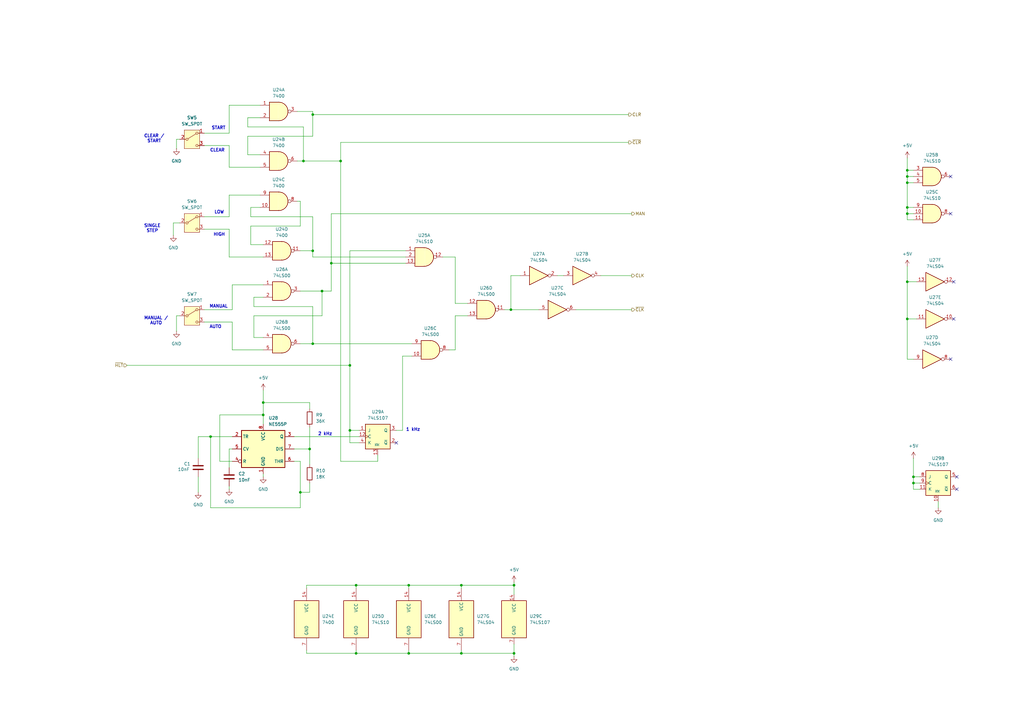
<source format=kicad_sch>
(kicad_sch (version 20231120) (generator "eeschema") (generator_version "8.0")
  (paper "A3")
  (title_block (title "ISAP-1 COMPUTER") (date "2025-01-19") (rev "Version 1.1") (comment 1 "by Linca Marius Gheorghe") (comment 3 "ISAP-1 Computer Model A"))
  (lib_symbols
    (symbol "74xx:7400" (pin_names (offset 1.016))
      (property "Reference" "U" (at 0 1.27 0))
      (property "Value" "7400" (at 0 -1.27 0))
      (symbol "7400_1_1"
        (arc (start 0 -3.81) (mid 3.7934 0) (end 0 3.81) (stroke (width 0.254)) (fill (type background)))
        (polyline (pts (xy 0 3.81) (xy -3.81 3.81) (xy -3.81 -3.81) (xy 0 -3.81)) (stroke (width 0.254)) (fill (type background)))
        (pin input line (at -7.62 2.54 0) (length 3.81) (name "~") (number "1"))
        (pin input line (at -7.62 -2.54 0) (length 3.81) (name "~") (number "2"))
        (pin output inverted (at 7.62 0 180) (length 3.81) (name "~") (number "3"))
      )
      (symbol "7400_1_2"
        (arc (start -3.81 -3.81) (mid -2.589 0) (end -3.81 3.81) (stroke (width 0.254)))
        (arc (start -0.6096 -3.81) (mid 2.1842 -2.5851) (end 3.81 0) (stroke (width 0.254)) (fill (type background)))
        (polyline (pts (xy -3.81 -3.81) (xy -0.635 -3.81)) (stroke (width 0.254)) (fill (type background)))
        (polyline (pts (xy -3.81 3.81) (xy -0.635 3.81)) (stroke (width 0.254)) (fill (type background)))
        (polyline (pts (xy -0.635 3.81) (xy -3.81 3.81) (xy -3.81 3.81) (xy -3.556 3.4036) (xy -3.0226 2.2606) (xy -2.6924 1.0414) (xy -2.6162 -0.254) (xy -2.7686 -1.4986) (xy -3.175 -2.7178) (xy -3.81 -3.81) (xy -3.81 -3.81) (xy -0.635 -3.81)) (stroke (width -25.4)) (fill (type background)))
        (arc (start 3.81 0) (mid 2.1915 2.5936) (end -0.6096 3.81) (stroke (width 0.254)) (fill (type background)))
        (pin input inverted (at -7.62 2.54 0) (length 4.318) (name "~") (number "1"))
        (pin input inverted (at -7.62 -2.54 0) (length 4.318) (name "~") (number "2"))
        (pin output line (at 7.62 0 180) (length 3.81) (name "~") (number "3"))
      )
      (symbol "7400_2_1"
        (arc (start 0 -3.81) (mid 3.7934 0) (end 0 3.81) (stroke (width 0.254)) (fill (type background)))
        (polyline (pts (xy 0 3.81) (xy -3.81 3.81) (xy -3.81 -3.81) (xy 0 -3.81)) (stroke (width 0.254)) (fill (type background)))
        (pin input line (at -7.62 2.54 0) (length 3.81) (name "~") (number "4"))
        (pin input line (at -7.62 -2.54 0) (length 3.81) (name "~") (number "5"))
        (pin output inverted (at 7.62 0 180) (length 3.81) (name "~") (number "6"))
      )
      (symbol "7400_2_2"
        (arc (start -3.81 -3.81) (mid -2.589 0) (end -3.81 3.81) (stroke (width 0.254)))
        (arc (start -0.6096 -3.81) (mid 2.1842 -2.5851) (end 3.81 0) (stroke (width 0.254)) (fill (type background)))
        (polyline (pts (xy -3.81 -3.81) (xy -0.635 -3.81)) (stroke (width 0.254)) (fill (type background)))
        (polyline (pts (xy -3.81 3.81) (xy -0.635 3.81)) (stroke (width 0.254)) (fill (type background)))
        (polyline (pts (xy -0.635 3.81) (xy -3.81 3.81) (xy -3.81 3.81) (xy -3.556 3.4036) (xy -3.0226 2.2606) (xy -2.6924 1.0414) (xy -2.6162 -0.254) (xy -2.7686 -1.4986) (xy -3.175 -2.7178) (xy -3.81 -3.81) (xy -3.81 -3.81) (xy -0.635 -3.81)) (stroke (width -25.4)) (fill (type background)))
        (arc (start 3.81 0) (mid 2.1915 2.5936) (end -0.6096 3.81) (stroke (width 0.254)) (fill (type background)))
        (pin input inverted (at -7.62 2.54 0) (length 4.318) (name "~") (number "4"))
        (pin input inverted (at -7.62 -2.54 0) (length 4.318) (name "~") (number "5"))
        (pin output line (at 7.62 0 180) (length 3.81) (name "~") (number "6"))
      )
      (symbol "7400_3_1"
        (arc (start 0 -3.81) (mid 3.7934 0) (end 0 3.81) (stroke (width 0.254)) (fill (type background)))
        (polyline (pts (xy 0 3.81) (xy -3.81 3.81) (xy -3.81 -3.81) (xy 0 -3.81)) (stroke (width 0.254)) (fill (type background)))
        (pin input line (at -7.62 -2.54 0) (length 3.81) (name "~") (number "10"))
        (pin output inverted (at 7.62 0 180) (length 3.81) (name "~") (number "8"))
        (pin input line (at -7.62 2.54 0) (length 3.81) (name "~") (number "9"))
      )
      (symbol "7400_3_2"
        (arc (start -3.81 -3.81) (mid -2.589 0) (end -3.81 3.81) (stroke (width 0.254)))
        (arc (start -0.6096 -3.81) (mid 2.1842 -2.5851) (end 3.81 0) (stroke (width 0.254)) (fill (type background)))
        (polyline (pts (xy -3.81 -3.81) (xy -0.635 -3.81)) (stroke (width 0.254)) (fill (type background)))
        (polyline (pts (xy -3.81 3.81) (xy -0.635 3.81)) (stroke (width 0.254)) (fill (type background)))
        (polyline (pts (xy -0.635 3.81) (xy -3.81 3.81) (xy -3.81 3.81) (xy -3.556 3.4036) (xy -3.0226 2.2606) (xy -2.6924 1.0414) (xy -2.6162 -0.254) (xy -2.7686 -1.4986) (xy -3.175 -2.7178) (xy -3.81 -3.81) (xy -3.81 -3.81) (xy -0.635 -3.81)) (stroke (width -25.4)) (fill (type background)))
        (arc (start 3.81 0) (mid 2.1915 2.5936) (end -0.6096 3.81) (stroke (width 0.254)) (fill (type background)))
        (pin input inverted (at -7.62 -2.54 0) (length 4.318) (name "~") (number "10"))
        (pin output line (at 7.62 0 180) (length 3.81) (name "~") (number "8"))
        (pin input inverted (at -7.62 2.54 0) (length 4.318) (name "~") (number "9"))
      )
      (symbol "7400_4_1"
        (arc (start 0 -3.81) (mid 3.7934 0) (end 0 3.81) (stroke (width 0.254)) (fill (type background)))
        (polyline (pts (xy 0 3.81) (xy -3.81 3.81) (xy -3.81 -3.81) (xy 0 -3.81)) (stroke (width 0.254)) (fill (type background)))
        (pin output inverted (at 7.62 0 180) (length 3.81) (name "~") (number "11"))
        (pin input line (at -7.62 2.54 0) (length 3.81) (name "~") (number "12"))
        (pin input line (at -7.62 -2.54 0) (length 3.81) (name "~") (number "13"))
      )
      (symbol "7400_4_2"
        (arc (start -3.81 -3.81) (mid -2.589 0) (end -3.81 3.81) (stroke (width 0.254)))
        (arc (start -0.6096 -3.81) (mid 2.1842 -2.5851) (end 3.81 0) (stroke (width 0.254)) (fill (type background)))
        (polyline (pts (xy -3.81 -3.81) (xy -0.635 -3.81)) (stroke (width 0.254)) (fill (type background)))
        (polyline (pts (xy -3.81 3.81) (xy -0.635 3.81)) (stroke (width 0.254)) (fill (type background)))
        (polyline (pts (xy -0.635 3.81) (xy -3.81 3.81) (xy -3.81 3.81) (xy -3.556 3.4036) (xy -3.0226 2.2606) (xy -2.6924 1.0414) (xy -2.6162 -0.254) (xy -2.7686 -1.4986) (xy -3.175 -2.7178) (xy -3.81 -3.81) (xy -3.81 -3.81) (xy -0.635 -3.81)) (stroke (width -25.4)) (fill (type background)))
        (arc (start 3.81 0) (mid 2.1915 2.5936) (end -0.6096 3.81) (stroke (width 0.254)) (fill (type background)))
        (pin output line (at 7.62 0 180) (length 3.81) (name "~") (number "11"))
        (pin input inverted (at -7.62 2.54 0) (length 4.318) (name "~") (number "12"))
        (pin input inverted (at -7.62 -2.54 0) (length 4.318) (name "~") (number "13"))
      )
      (symbol "7400_5_0"
        (pin power_in line (at 0 12.7 270) (length 5.08) (name "VCC") (number "14"))
        (pin power_in line (at 0 -12.7 90) (length 5.08) (name "GND") (number "7"))
      )
      (symbol "7400_5_1"
        (rectangle (start -5.08 7.62) (end 5.08 -7.62) (stroke (width 0.254)) (fill (type background)))
      )
    )
    (symbol "74xx:74LS00" (pin_names (offset 1.016))
      (property "Reference" "U" (at 0 1.27 0))
      (property "Value" "74LS00" (at 0 -1.27 0))
      (symbol "74LS00_1_1"
        (arc (start 0 -3.81) (mid 3.7934 0) (end 0 3.81) (stroke (width 0.254)) (fill (type background)))
        (polyline (pts (xy 0 3.81) (xy -3.81 3.81) (xy -3.81 -3.81) (xy 0 -3.81)) (stroke (width 0.254)) (fill (type background)))
        (pin input line (at -7.62 2.54 0) (length 3.81) (name "~") (number "1"))
        (pin input line (at -7.62 -2.54 0) (length 3.81) (name "~") (number "2"))
        (pin output inverted (at 7.62 0 180) (length 3.81) (name "~") (number "3"))
      )
      (symbol "74LS00_1_2"
        (arc (start -3.81 -3.81) (mid -2.589 0) (end -3.81 3.81) (stroke (width 0.254)))
        (arc (start -0.6096 -3.81) (mid 2.1842 -2.5851) (end 3.81 0) (stroke (width 0.254)) (fill (type background)))
        (polyline (pts (xy -3.81 -3.81) (xy -0.635 -3.81)) (stroke (width 0.254)) (fill (type background)))
        (polyline (pts (xy -3.81 3.81) (xy -0.635 3.81)) (stroke (width 0.254)) (fill (type background)))
        (polyline (pts (xy -0.635 3.81) (xy -3.81 3.81) (xy -3.81 3.81) (xy -3.556 3.4036) (xy -3.0226 2.2606) (xy -2.6924 1.0414) (xy -2.6162 -0.254) (xy -2.7686 -1.4986) (xy -3.175 -2.7178) (xy -3.81 -3.81) (xy -3.81 -3.81) (xy -0.635 -3.81)) (stroke (width -25.4)) (fill (type background)))
        (arc (start 3.81 0) (mid 2.1915 2.5936) (end -0.6096 3.81) (stroke (width 0.254)) (fill (type background)))
        (pin input inverted (at -7.62 2.54 0) (length 4.318) (name "~") (number "1"))
        (pin input inverted (at -7.62 -2.54 0) (length 4.318) (name "~") (number "2"))
        (pin output line (at 7.62 0 180) (length 3.81) (name "~") (number "3"))
      )
      (symbol "74LS00_2_1"
        (arc (start 0 -3.81) (mid 3.7934 0) (end 0 3.81) (stroke (width 0.254)) (fill (type background)))
        (polyline (pts (xy 0 3.81) (xy -3.81 3.81) (xy -3.81 -3.81) (xy 0 -3.81)) (stroke (width 0.254)) (fill (type background)))
        (pin input line (at -7.62 2.54 0) (length 3.81) (name "~") (number "4"))
        (pin input line (at -7.62 -2.54 0) (length 3.81) (name "~") (number "5"))
        (pin output inverted (at 7.62 0 180) (length 3.81) (name "~") (number "6"))
      )
      (symbol "74LS00_2_2"
        (arc (start -3.81 -3.81) (mid -2.589 0) (end -3.81 3.81) (stroke (width 0.254)))
        (arc (start -0.6096 -3.81) (mid 2.1842 -2.5851) (end 3.81 0) (stroke (width 0.254)) (fill (type background)))
        (polyline (pts (xy -3.81 -3.81) (xy -0.635 -3.81)) (stroke (width 0.254)) (fill (type background)))
        (polyline (pts (xy -3.81 3.81) (xy -0.635 3.81)) (stroke (width 0.254)) (fill (type background)))
        (polyline (pts (xy -0.635 3.81) (xy -3.81 3.81) (xy -3.81 3.81) (xy -3.556 3.4036) (xy -3.0226 2.2606) (xy -2.6924 1.0414) (xy -2.6162 -0.254) (xy -2.7686 -1.4986) (xy -3.175 -2.7178) (xy -3.81 -3.81) (xy -3.81 -3.81) (xy -0.635 -3.81)) (stroke (width -25.4)) (fill (type background)))
        (arc (start 3.81 0) (mid 2.1915 2.5936) (end -0.6096 3.81) (stroke (width 0.254)) (fill (type background)))
        (pin input inverted (at -7.62 2.54 0) (length 4.318) (name "~") (number "4"))
        (pin input inverted (at -7.62 -2.54 0) (length 4.318) (name "~") (number "5"))
        (pin output line (at 7.62 0 180) (length 3.81) (name "~") (number "6"))
      )
      (symbol "74LS00_3_1"
        (arc (start 0 -3.81) (mid 3.7934 0) (end 0 3.81) (stroke (width 0.254)) (fill (type background)))
        (polyline (pts (xy 0 3.81) (xy -3.81 3.81) (xy -3.81 -3.81) (xy 0 -3.81)) (stroke (width 0.254)) (fill (type background)))
        (pin input line (at -7.62 -2.54 0) (length 3.81) (name "~") (number "10"))
        (pin output inverted (at 7.62 0 180) (length 3.81) (name "~") (number "8"))
        (pin input line (at -7.62 2.54 0) (length 3.81) (name "~") (number "9"))
      )
      (symbol "74LS00_3_2"
        (arc (start -3.81 -3.81) (mid -2.589 0) (end -3.81 3.81) (stroke (width 0.254)))
        (arc (start -0.6096 -3.81) (mid 2.1842 -2.5851) (end 3.81 0) (stroke (width 0.254)) (fill (type background)))
        (polyline (pts (xy -3.81 -3.81) (xy -0.635 -3.81)) (stroke (width 0.254)) (fill (type background)))
        (polyline (pts (xy -3.81 3.81) (xy -0.635 3.81)) (stroke (width 0.254)) (fill (type background)))
        (polyline (pts (xy -0.635 3.81) (xy -3.81 3.81) (xy -3.81 3.81) (xy -3.556 3.4036) (xy -3.0226 2.2606) (xy -2.6924 1.0414) (xy -2.6162 -0.254) (xy -2.7686 -1.4986) (xy -3.175 -2.7178) (xy -3.81 -3.81) (xy -3.81 -3.81) (xy -0.635 -3.81)) (stroke (width -25.4)) (fill (type background)))
        (arc (start 3.81 0) (mid 2.1915 2.5936) (end -0.6096 3.81) (stroke (width 0.254)) (fill (type background)))
        (pin input inverted (at -7.62 -2.54 0) (length 4.318) (name "~") (number "10"))
        (pin output line (at 7.62 0 180) (length 3.81) (name "~") (number "8"))
        (pin input inverted (at -7.62 2.54 0) (length 4.318) (name "~") (number "9"))
      )
      (symbol "74LS00_4_1"
        (arc (start 0 -3.81) (mid 3.7934 0) (end 0 3.81) (stroke (width 0.254)) (fill (type background)))
        (polyline (pts (xy 0 3.81) (xy -3.81 3.81) (xy -3.81 -3.81) (xy 0 -3.81)) (stroke (width 0.254)) (fill (type background)))
        (pin output inverted (at 7.62 0 180) (length 3.81) (name "~") (number "11"))
        (pin input line (at -7.62 2.54 0) (length 3.81) (name "~") (number "12"))
        (pin input line (at -7.62 -2.54 0) (length 3.81) (name "~") (number "13"))
      )
      (symbol "74LS00_4_2"
        (arc (start -3.81 -3.81) (mid -2.589 0) (end -3.81 3.81) (stroke (width 0.254)))
        (arc (start -0.6096 -3.81) (mid 2.1842 -2.5851) (end 3.81 0) (stroke (width 0.254)) (fill (type background)))
        (polyline (pts (xy -3.81 -3.81) (xy -0.635 -3.81)) (stroke (width 0.254)) (fill (type background)))
        (polyline (pts (xy -3.81 3.81) (xy -0.635 3.81)) (stroke (width 0.254)) (fill (type background)))
        (polyline (pts (xy -0.635 3.81) (xy -3.81 3.81) (xy -3.81 3.81) (xy -3.556 3.4036) (xy -3.0226 2.2606) (xy -2.6924 1.0414) (xy -2.6162 -0.254) (xy -2.7686 -1.4986) (xy -3.175 -2.7178) (xy -3.81 -3.81) (xy -3.81 -3.81) (xy -0.635 -3.81)) (stroke (width -25.4)) (fill (type background)))
        (arc (start 3.81 0) (mid 2.1915 2.5936) (end -0.6096 3.81) (stroke (width 0.254)) (fill (type background)))
        (pin output line (at 7.62 0 180) (length 3.81) (name "~") (number "11"))
        (pin input inverted (at -7.62 2.54 0) (length 4.318) (name "~") (number "12"))
        (pin input inverted (at -7.62 -2.54 0) (length 4.318) (name "~") (number "13"))
      )
      (symbol "74LS00_5_0"
        (pin power_in line (at 0 12.7 270) (length 5.08) (name "VCC") (number "14"))
        (pin power_in line (at 0 -12.7 90) (length 5.08) (name "GND") (number "7"))
      )
      (symbol "74LS00_5_1"
        (rectangle (start -5.08 7.62) (end 5.08 -7.62) (stroke (width 0.254)) (fill (type background)))
      )
    )
    (symbol "74xx:74LS04"
      (property "Reference" "U" (at 0 1.27 0))
      (property "Value" "74LS04" (at 0 -1.27 0))
      (symbol "74LS04_1_0"
        (polyline (pts (xy -3.81 3.81) (xy -3.81 -3.81) (xy 3.81 0) (xy -3.81 3.81)) (stroke (width 0.254)) (fill (type background)))
        (pin input line (at -7.62 0 0) (length 3.81) (name "~") (number "1"))
        (pin output inverted (at 7.62 0 180) (length 3.81) (name "~") (number "2"))
      )
      (symbol "74LS04_2_0"
        (polyline (pts (xy -3.81 3.81) (xy -3.81 -3.81) (xy 3.81 0) (xy -3.81 3.81)) (stroke (width 0.254)) (fill (type background)))
        (pin input line (at -7.62 0 0) (length 3.81) (name "~") (number "3"))
        (pin output inverted (at 7.62 0 180) (length 3.81) (name "~") (number "4"))
      )
      (symbol "74LS04_3_0"
        (polyline (pts (xy -3.81 3.81) (xy -3.81 -3.81) (xy 3.81 0) (xy -3.81 3.81)) (stroke (width 0.254)) (fill (type background)))
        (pin input line (at -7.62 0 0) (length 3.81) (name "~") (number "5"))
        (pin output inverted (at 7.62 0 180) (length 3.81) (name "~") (number "6"))
      )
      (symbol "74LS04_4_0"
        (polyline (pts (xy -3.81 3.81) (xy -3.81 -3.81) (xy 3.81 0) (xy -3.81 3.81)) (stroke (width 0.254)) (fill (type background)))
        (pin output inverted (at 7.62 0 180) (length 3.81) (name "~") (number "8"))
        (pin input line (at -7.62 0 0) (length 3.81) (name "~") (number "9"))
      )
      (symbol "74LS04_5_0"
        (polyline (pts (xy -3.81 3.81) (xy -3.81 -3.81) (xy 3.81 0) (xy -3.81 3.81)) (stroke (width 0.254)) (fill (type background)))
        (pin output inverted (at 7.62 0 180) (length 3.81) (name "~") (number "10"))
        (pin input line (at -7.62 0 0) (length 3.81) (name "~") (number "11"))
      )
      (symbol "74LS04_6_0"
        (polyline (pts (xy -3.81 3.81) (xy -3.81 -3.81) (xy 3.81 0) (xy -3.81 3.81)) (stroke (width 0.254)) (fill (type background)))
        (pin output inverted (at 7.62 0 180) (length 3.81) (name "~") (number "12"))
        (pin input line (at -7.62 0 0) (length 3.81) (name "~") (number "13"))
      )
      (symbol "74LS04_7_0"
        (pin power_in line (at 0 12.7 270) (length 5.08) (name "VCC") (number "14"))
        (pin power_in line (at 0 -12.7 90) (length 5.08) (name "GND") (number "7"))
      )
      (symbol "74LS04_7_1"
        (rectangle (start -5.08 7.62) (end 5.08 -7.62) (stroke (width 0.254)) (fill (type background)))
      )
    )
    (symbol "74xx:74LS10" (pin_names (offset 1.016))
      (property "Reference" "U" (at 0 1.27 0))
      (property "Value" "74LS10" (at 0 -1.27 0))
      (symbol "74LS10_1_1"
        (arc (start 0 -3.81) (mid 3.7934 0) (end 0 3.81) (stroke (width 0.254)) (fill (type background)))
        (polyline (pts (xy 0 3.81) (xy -3.81 3.81) (xy -3.81 -3.81) (xy 0 -3.81)) (stroke (width 0.254)) (fill (type background)))
        (pin input line (at -7.62 2.54 0) (length 3.81) (name "~") (number "1"))
        (pin output inverted (at 7.62 0 180) (length 3.81) (name "~") (number "12"))
        (pin input line (at -7.62 -2.54 0) (length 3.81) (name "~") (number "13"))
        (pin input line (at -7.62 0 0) (length 3.81) (name "~") (number "2"))
      )
      (symbol "74LS10_1_2"
        (arc (start -3.81 -3.81) (mid -2.589 0) (end -3.81 3.81) (stroke (width 0.254)))
        (arc (start -0.6096 -3.81) (mid 2.1842 -2.5851) (end 3.81 0) (stroke (width 0.254)) (fill (type background)))
        (polyline (pts (xy -3.81 -3.81) (xy -0.635 -3.81)) (stroke (width 0.254)) (fill (type background)))
        (polyline (pts (xy -3.81 3.81) (xy -0.635 3.81)) (stroke (width 0.254)) (fill (type background)))
        (polyline (pts (xy -0.635 3.81) (xy -3.81 3.81) (xy -3.81 3.81) (xy -3.556 3.4036) (xy -3.0226 2.2606) (xy -2.6924 1.0414) (xy -2.6162 -0.254) (xy -2.7686 -1.4986) (xy -3.175 -2.7178) (xy -3.81 -3.81) (xy -3.81 -3.81) (xy -0.635 -3.81)) (stroke (width -25.4)) (fill (type background)))
        (arc (start 3.81 0) (mid 2.1915 2.5936) (end -0.6096 3.81) (stroke (width 0.254)) (fill (type background)))
        (pin input inverted (at -7.62 2.54 0) (length 4.318) (name "~") (number "1"))
        (pin output line (at 7.62 0 180) (length 3.81) (name "~") (number "12"))
        (pin input inverted (at -7.62 -2.54 0) (length 4.318) (name "~") (number "13"))
        (pin input inverted (at -7.62 0 0) (length 4.953) (name "~") (number "2"))
      )
      (symbol "74LS10_2_1"
        (arc (start 0 -3.81) (mid 3.7934 0) (end 0 3.81) (stroke (width 0.254)) (fill (type background)))
        (polyline (pts (xy 0 3.81) (xy -3.81 3.81) (xy -3.81 -3.81) (xy 0 -3.81)) (stroke (width 0.254)) (fill (type background)))
        (pin input line (at -7.62 2.54 0) (length 3.81) (name "~") (number "3"))
        (pin input line (at -7.62 0 0) (length 3.81) (name "~") (number "4"))
        (pin input line (at -7.62 -2.54 0) (length 3.81) (name "~") (number "5"))
        (pin output inverted (at 7.62 0 180) (length 3.81) (name "~") (number "6"))
      )
      (symbol "74LS10_2_2"
        (arc (start -3.81 -3.81) (mid -2.589 0) (end -3.81 3.81) (stroke (width 0.254)))
        (arc (start -0.6096 -3.81) (mid 2.1842 -2.5851) (end 3.81 0) (stroke (width 0.254)) (fill (type background)))
        (polyline (pts (xy -3.81 -3.81) (xy -0.635 -3.81)) (stroke (width 0.254)) (fill (type background)))
        (polyline (pts (xy -3.81 3.81) (xy -0.635 3.81)) (stroke (width 0.254)) (fill (type background)))
        (polyline (pts (xy -0.635 3.81) (xy -3.81 3.81) (xy -3.81 3.81) (xy -3.556 3.4036) (xy -3.0226 2.2606) (xy -2.6924 1.0414) (xy -2.6162 -0.254) (xy -2.7686 -1.4986) (xy -3.175 -2.7178) (xy -3.81 -3.81) (xy -3.81 -3.81) (xy -0.635 -3.81)) (stroke (width -25.4)) (fill (type background)))
        (arc (start 3.81 0) (mid 2.1915 2.5936) (end -0.6096 3.81) (stroke (width 0.254)) (fill (type background)))
        (pin input inverted (at -7.62 2.54 0) (length 4.318) (name "~") (number "3"))
        (pin input inverted (at -7.62 0 0) (length 4.953) (name "~") (number "4"))
        (pin input inverted (at -7.62 -2.54 0) (length 4.318) (name "~") (number "5"))
        (pin output line (at 7.62 0 180) (length 3.81) (name "~") (number "6"))
      )
      (symbol "74LS10_3_1"
        (arc (start 0 -3.81) (mid 3.7934 0) (end 0 3.81) (stroke (width 0.254)) (fill (type background)))
        (polyline (pts (xy 0 3.81) (xy -3.81 3.81) (xy -3.81 -3.81) (xy 0 -3.81)) (stroke (width 0.254)) (fill (type background)))
        (pin input line (at -7.62 0 0) (length 3.81) (name "~") (number "10"))
        (pin input line (at -7.62 -2.54 0) (length 3.81) (name "~") (number "11"))
        (pin output inverted (at 7.62 0 180) (length 3.81) (name "~") (number "8"))
        (pin input line (at -7.62 2.54 0) (length 3.81) (name "~") (number "9"))
      )
      (symbol "74LS10_3_2"
        (arc (start -3.81 -3.81) (mid -2.589 0) (end -3.81 3.81) (stroke (width 0.254)))
        (arc (start -0.6096 -3.81) (mid 2.1842 -2.5851) (end 3.81 0) (stroke (width 0.254)) (fill (type background)))
        (polyline (pts (xy -3.81 -3.81) (xy -0.635 -3.81)) (stroke (width 0.254)) (fill (type background)))
        (polyline (pts (xy -3.81 3.81) (xy -0.635 3.81)) (stroke (width 0.254)) (fill (type background)))
        (polyline (pts (xy -0.635 3.81) (xy -3.81 3.81) (xy -3.81 3.81) (xy -3.556 3.4036) (xy -3.0226 2.2606) (xy -2.6924 1.0414) (xy -2.6162 -0.254) (xy -2.7686 -1.4986) (xy -3.175 -2.7178) (xy -3.81 -3.81) (xy -3.81 -3.81) (xy -0.635 -3.81)) (stroke (width -25.4)) (fill (type background)))
        (arc (start 3.81 0) (mid 2.1915 2.5936) (end -0.6096 3.81) (stroke (width 0.254)) (fill (type background)))
        (pin input inverted (at -7.62 0 0) (length 4.953) (name "~") (number "10"))
        (pin input inverted (at -7.62 -2.54 0) (length 4.318) (name "~") (number "11"))
        (pin output line (at 7.62 0 180) (length 3.81) (name "~") (number "8"))
        (pin input inverted (at -7.62 2.54 0) (length 4.318) (name "~") (number "9"))
      )
      (symbol "74LS10_4_0"
        (pin power_in line (at 0 12.7 270) (length 5.08) (name "VCC") (number "14"))
        (pin power_in line (at 0 -12.7 90) (length 5.08) (name "GND") (number "7"))
      )
      (symbol "74LS10_4_1"
        (rectangle (start -5.08 7.62) (end 5.08 -7.62) (stroke (width 0.254)) (fill (type background)))
      )
    )
    (symbol "74xx:74LS107" (pin_names (offset 1.016))
      (property "Reference" "U" (at -7.62 8.89 0))
      (property "Value" "74LS107" (at -7.62 -8.89 0))
      (symbol "74LS107_1_0"
        (pin input line (at -7.62 2.54 0) (length 2.54) (name "J") (number "1"))
        (pin input clock (at -7.62 0 0) (length 2.54) (name "C") (number "12"))
        (pin input line (at 0 -7.62 90) (length 2.54) (name "~{R}") (number "13"))
        (pin output line (at 7.62 -2.54 180) (length 2.54) (name "~{Q}") (number "2"))
        (pin output line (at 7.62 2.54 180) (length 2.54) (name "Q") (number "3"))
        (pin input line (at -7.62 -2.54 0) (length 2.54) (name "K") (number "4"))
      )
      (symbol "74LS107_1_1"
        (rectangle (start -5.08 5.08) (end 5.08 -5.08) (stroke (width 0.254)) (fill (type background)))
      )
      (symbol "74LS107_2_0"
        (pin input line (at 0 -7.62 90) (length 2.54) (name "~{R}") (number "10"))
        (pin input line (at -7.62 -2.54 0) (length 2.54) (name "K") (number "11"))
        (pin output line (at 7.62 2.54 180) (length 2.54) (name "Q") (number "5"))
        (pin output line (at 7.62 -2.54 180) (length 2.54) (name "~{Q}") (number "6"))
        (pin input line (at -7.62 2.54 0) (length 2.54) (name "J") (number "8"))
        (pin input clock (at -7.62 0 0) (length 2.54) (name "C") (number "9"))
      )
      (symbol "74LS107_2_1"
        (rectangle (start -5.08 5.08) (end 5.08 -5.08) (stroke (width 0.254)) (fill (type background)))
      )
      (symbol "74LS107_3_0"
        (pin power_in line (at 0 10.16 270) (length 2.54) (name "VCC") (number "14"))
        (pin power_in line (at 0 -10.16 90) (length 2.54) (name "GND") (number "7"))
      )
      (symbol "74LS107_3_1"
        (rectangle (start -5.08 7.62) (end 5.08 -7.62) (stroke (width 0.254)) (fill (type background)))
      )
    )
    (symbol "Device:C" (pin_numbers hide) (pin_names (offset 0.254))
      (property "Reference" "C" (at 0.635 2.54 0))
      (property "Value" "C" (at 0.635 -2.54 0))
      (symbol "C_0_1"
        (polyline (pts (xy -2.032 -0.762) (xy 2.032 -0.762)) (stroke (width 0.508)))
        (polyline (pts (xy -2.032 0.762) (xy 2.032 0.762)) (stroke (width 0.508)))
      )
      (symbol "C_1_1"
        (pin passive line (at 0 3.81 270) (length 2.794) (name "~") (number "1"))
        (pin passive line (at 0 -3.81 90) (length 2.794) (name "~") (number "2"))
      )
    )
    (symbol "Device:R" (pin_numbers hide) (pin_names (offset 0))
      (property "Reference" "R" (at 2.032 0 90))
      (property "Value" "R" (at 0 0 90))
      (symbol "R_0_1"
        (rectangle (start -1.016 -2.54) (end 1.016 2.54) (stroke (width 0.254)))
      )
      (symbol "R_1_1"
        (pin passive line (at 0 3.81 270) (length 1.27) (name "~") (number "1"))
        (pin passive line (at 0 -3.81 90) (length 1.27) (name "~") (number "2"))
      )
    )
    (symbol "Switch:SW_SPDT" (pin_names (offset 0) hide)
      (property "Reference" "SW" (at 0 5.08 0))
      (property "Value" "SW_SPDT" (at 0 -5.08 0))
      (symbol "SW_SPDT_0_1"
        (circle (center -2.032 0) (radius 0.4572))
        (polyline (pts (xy -1.651 0.254) (xy 1.651 2.286)))
        (circle (center 2.032 -2.54) (radius 0.4572))
        (circle (center 2.032 2.54) (radius 0.4572))
      )
      (symbol "SW_SPDT_1_1"
        (rectangle (start -3.175 3.81) (end 3.175 -3.81) (fill (type background)))
        (pin passive line (at 5.08 2.54 180) (length 2.54) (name "A") (number "1"))
        (pin passive line (at -5.08 0 0) (length 2.54) (name "B") (number "2"))
        (pin passive line (at 5.08 -2.54 180) (length 2.54) (name "C") (number "3"))
      )
    )
    (symbol "Timer:NE555P"
      (property "Reference" "U" (at -10.16 8.89 0))
      (property "Value" "NE555P" (at 2.54 8.89 0))
      (symbol "NE555P_0_0"
        (pin power_in line (at 0 -10.16 90) (length 2.54) (name "GND") (number "1"))
        (pin power_in line (at 0 10.16 270) (length 2.54) (name "VCC") (number "8"))
      )
      (symbol "NE555P_0_1"
        (rectangle (start -8.89 -7.62) (end 8.89 7.62) (stroke (width 0.254)) (fill (type background)))
        (rectangle (start -8.89 -7.62) (end 8.89 7.62) (stroke (width 0.254)) (fill (type background)))
      )
      (symbol "NE555P_1_1"
        (pin input line (at -12.7 5.08 0) (length 3.81) (name "TR") (number "2"))
        (pin output line (at 12.7 5.08 180) (length 3.81) (name "Q") (number "3"))
        (pin input inverted (at -12.7 -5.08 0) (length 3.81) (name "R") (number "4"))
        (pin input line (at -12.7 0 0) (length 3.81) (name "CV") (number "5"))
        (pin input line (at 12.7 -5.08 180) (length 3.81) (name "THR") (number "6"))
        (pin input line (at 12.7 0 180) (length 3.81) (name "DIS") (number "7"))
      )
    )
    (symbol "power:+5V" (power) (pin_numbers hide) (pin_names (offset 0) hide)
      (property "Value" "+5V" (at 0 3.556 0))
      (symbol "+5V_0_1"
        (polyline (pts (xy -0.762 1.27) (xy 0 2.54)))
        (polyline (pts (xy 0 0) (xy 0 2.54)))
        (polyline (pts (xy 0 2.54) (xy 0.762 1.27)))
      )
      (symbol "+5V_1_1"
        (pin power_in line (at 0 0 90) (length 0) (name "~") (number "1"))
      )
    )
    (symbol "power:GND" (power) (pin_numbers hide) (pin_names (offset 0) hide)
      (property "Value" "GND" (at 0 -3.81 0))
      (symbol "GND_0_1"
        (polyline (pts (xy 0 0) (xy 0 -1.27) (xy 1.27 -1.27) (xy 0 -2.54) (xy -1.27 -1.27) (xy 0 -1.27)))
      )
      (symbol "GND_1_1"
        (pin power_in line (at 0 0 270) (length 0) (name "~") (number "1"))
      )
    )
  )
  (junction (at 372.11 74.93))
  (junction (at 146.05 240.03))
  (junction (at 143.51 176.53))
  (junction (at 189.23 267.97))
  (junction (at 128.27 140.97))
  (junction (at 372.11 115.57))
  (junction (at 374.65 195.58))
  (junction (at 135.89 107.95))
  (junction (at 146.05 267.97))
  (junction (at 139.7 66.04))
  (junction (at 124.46 66.04))
  (junction (at 127 184.15))
  (junction (at 107.95 170.18))
  (junction (at 372.11 130.81))
  (junction (at 210.82 267.97))
  (junction (at 86.36 179.07))
  (junction (at 210.82 240.03))
  (junction (at 372.11 72.39))
  (junction (at 167.64 267.97))
  (junction (at 372.11 69.85))
  (junction (at 128.27 46.99))
  (junction (at 374.65 198.12))
  (junction (at 128.27 102.87))
  (junction (at 123.19 201.93))
  (junction (at 132.08 119.38))
  (junction (at 372.11 87.63))
  (junction (at 372.11 85.09))
  (junction (at 107.95 165.1))
  (junction (at 167.64 240.03))
  (junction (at 143.51 149.86))
  (junction (at 189.23 240.03))
  (junction (at 209.55 127))
  (no_connect (at 391.16 115.57))
  (no_connect (at 392.43 195.58))
  (no_connect (at 162.56 181.61))
  (no_connect (at 389.89 147.32))
  (no_connect (at 391.16 130.81))
  (no_connect (at 389.89 72.39))
  (no_connect (at 392.43 200.66))
  (no_connect (at 389.89 87.63))
  (wire (pts (xy 135.89 107.95) (xy 166.37 107.95)))
  (wire (pts (xy 167.64 240.03) (xy 189.23 240.03)))
  (wire (pts (xy 102.87 88.9) (xy 128.27 88.9)))
  (wire (pts (xy 143.51 102.87) (xy 166.37 102.87)))
  (wire (pts (xy 139.7 189.23) (xy 154.94 189.23)))
  (wire (pts (xy 372.11 90.17) (xy 372.11 87.63)))
  (wire (pts (xy 128.27 46.99) (xy 128.27 55.88)))
  (wire (pts (xy 73.66 129.54) (xy 72.39 129.54)))
  (wire (pts (xy 372.11 87.63) (xy 374.65 87.63)))
  (wire (pts (xy 102.87 92.71) (xy 102.87 100.33)))
  (wire (pts (xy 128.27 46.99) (xy 257.81 46.99)))
  (wire (pts (xy 374.65 85.09) (xy 372.11 85.09)))
  (wire (pts (xy 127 190.5) (xy 127 184.15)))
  (wire (pts (xy 372.11 85.09) (xy 372.11 74.93)))
  (wire (pts (xy 107.95 160.02) (xy 107.95 165.1)))
  (wire (pts (xy 259.08 87.63) (xy 135.89 87.63)))
  (wire (pts (xy 213.36 113.03) (xy 209.55 113.03)))
  (wire (pts (xy 124.46 66.04) (xy 139.7 66.04)))
  (wire (pts (xy 146.05 267.97) (xy 167.64 267.97)))
  (wire (pts (xy 93.98 43.18) (xy 93.98 54.61)))
  (wire (pts (xy 184.15 143.51) (xy 186.69 143.51)))
  (wire (pts (xy 106.68 68.58) (xy 93.98 68.58)))
  (wire (pts (xy 132.08 119.38) (xy 132.08 129.54)))
  (wire (pts (xy 135.89 87.63) (xy 135.89 107.95)))
  (wire (pts (xy 143.51 181.61) (xy 147.32 181.61)))
  (wire (pts (xy 93.98 80.01) (xy 93.98 88.9)))
  (wire (pts (xy 81.28 195.58) (xy 81.28 201.93)))
  (wire (pts (xy 189.23 240.03) (xy 210.82 240.03)))
  (wire (pts (xy 139.7 66.04) (xy 139.7 189.23)))
  (wire (pts (xy 72.39 57.15) (xy 72.39 60.96)))
  (wire (pts (xy 90.17 170.18) (xy 107.95 170.18)))
  (wire (pts (xy 107.95 105.41) (xy 93.98 105.41)))
  (wire (pts (xy 127 175.26) (xy 127 184.15)))
  (wire (pts (xy 128.27 105.41) (xy 128.27 102.87)))
  (wire (pts (xy 120.65 184.15) (xy 127 184.15)))
  (wire (pts (xy 372.11 130.81) (xy 375.92 130.81)))
  (wire (pts (xy 167.64 267.97) (xy 189.23 267.97)))
  (wire (pts (xy 372.11 115.57) (xy 372.11 130.81)))
  (wire (pts (xy 128.27 45.72) (xy 128.27 46.99)))
  (wire (pts (xy 220.98 127) (xy 209.55 127)))
  (wire (pts (xy 384.81 205.74) (xy 384.81 208.28)))
  (wire (pts (xy 52.07 149.86) (xy 143.51 149.86)))
  (wire (pts (xy 372.11 69.85) (xy 374.65 69.85)))
  (wire (pts (xy 139.7 58.42) (xy 257.81 58.42)))
  (wire (pts (xy 189.23 267.97) (xy 210.82 267.97)))
  (wire (pts (xy 125.73 267.97) (xy 146.05 267.97)))
  (wire (pts (xy 83.82 88.9) (xy 93.98 88.9)))
  (wire (pts (xy 372.11 130.81) (xy 372.11 147.32)))
  (wire (pts (xy 210.82 264.16) (xy 210.82 267.97)))
  (wire (pts (xy 107.95 194.31) (xy 107.95 195.58)))
  (wire (pts (xy 189.23 241.3) (xy 189.23 240.03)))
  (wire (pts (xy 106.68 85.09) (xy 102.87 85.09)))
  (wire (pts (xy 143.51 176.53) (xy 143.51 181.61)))
  (wire (pts (xy 210.82 238.76) (xy 210.82 240.03)))
  (wire (pts (xy 106.68 43.18) (xy 93.98 43.18)))
  (wire (pts (xy 104.14 129.54) (xy 104.14 138.43)))
  (wire (pts (xy 210.82 240.03) (xy 210.82 243.84)))
  (wire (pts (xy 372.11 69.85) (xy 372.11 72.39)))
  (wire (pts (xy 166.37 105.41) (xy 128.27 105.41)))
  (wire (pts (xy 107.95 170.18) (xy 107.95 173.99)))
  (wire (pts (xy 121.92 45.72) (xy 128.27 45.72)))
  (wire (pts (xy 191.77 129.54) (xy 186.69 129.54)))
  (wire (pts (xy 186.69 105.41) (xy 181.61 105.41)))
  (wire (pts (xy 143.51 102.87) (xy 143.51 149.86)))
  (wire (pts (xy 191.77 124.46) (xy 186.69 124.46)))
  (wire (pts (xy 259.08 127) (xy 236.22 127)))
  (wire (pts (xy 93.98 105.41) (xy 93.98 93.98)))
  (wire (pts (xy 107.95 165.1) (xy 127 165.1)))
  (wire (pts (xy 95.25 116.84) (xy 95.25 127)))
  (wire (pts (xy 132.08 129.54) (xy 104.14 129.54)))
  (wire (pts (xy 125.73 240.03) (xy 146.05 240.03)))
  (wire (pts (xy 93.98 199.39) (xy 93.98 200.66)))
  (wire (pts (xy 95.25 189.23) (xy 90.17 189.23)))
  (wire (pts (xy 372.11 74.93) (xy 374.65 74.93)))
  (wire (pts (xy 374.65 195.58) (xy 377.19 195.58)))
  (wire (pts (xy 102.87 100.33) (xy 107.95 100.33)))
  (wire (pts (xy 90.17 170.18) (xy 90.17 189.23)))
  (wire (pts (xy 128.27 140.97) (xy 168.91 140.97)))
  (wire (pts (xy 186.69 124.46) (xy 186.69 105.41)))
  (wire (pts (xy 128.27 125.73) (xy 128.27 140.97)))
  (wire (pts (xy 146.05 240.03) (xy 146.05 241.3)))
  (wire (pts (xy 101.6 55.88) (xy 101.6 63.5)))
  (wire (pts (xy 146.05 240.03) (xy 167.64 240.03)))
  (wire (pts (xy 123.19 201.93) (xy 123.19 208.28)))
  (wire (pts (xy 154.94 189.23) (xy 154.94 186.69)))
  (wire (pts (xy 374.65 198.12) (xy 374.65 200.66)))
  (wire (pts (xy 86.36 179.07) (xy 86.36 208.28)))
  (wire (pts (xy 128.27 88.9) (xy 128.27 102.87)))
  (wire (pts (xy 104.14 138.43) (xy 107.95 138.43)))
  (wire (pts (xy 210.82 267.97) (xy 210.82 269.24)))
  (wire (pts (xy 95.25 179.07) (xy 86.36 179.07)))
  (wire (pts (xy 372.11 72.39) (xy 374.65 72.39)))
  (wire (pts (xy 372.11 64.77) (xy 372.11 69.85)))
  (wire (pts (xy 104.14 121.92) (xy 104.14 125.73)))
  (wire (pts (xy 146.05 266.7) (xy 146.05 267.97)))
  (wire (pts (xy 189.23 266.7) (xy 189.23 267.97)))
  (wire (pts (xy 123.19 201.93) (xy 127 201.93)))
  (wire (pts (xy 372.11 109.22) (xy 372.11 115.57)))
  (wire (pts (xy 123.19 189.23) (xy 123.19 201.93)))
  (wire (pts (xy 101.6 63.5) (xy 106.68 63.5)))
  (wire (pts (xy 128.27 55.88) (xy 101.6 55.88)))
  (wire (pts (xy 83.82 59.69) (xy 93.98 59.69)))
  (wire (pts (xy 72.39 129.54) (xy 72.39 135.89)))
  (wire (pts (xy 107.95 165.1) (xy 107.95 170.18)))
  (wire (pts (xy 120.65 179.07) (xy 147.32 179.07)))
  (wire (pts (xy 121.92 66.04) (xy 124.46 66.04)))
  (wire (pts (xy 374.65 90.17) (xy 372.11 90.17)))
  (wire (pts (xy 120.65 189.23) (xy 123.19 189.23)))
  (wire (pts (xy 127 167.64) (xy 127 165.1)))
  (wire (pts (xy 127 198.12) (xy 127 201.93)))
  (wire (pts (xy 95.25 143.51) (xy 95.25 132.08)))
  (wire (pts (xy 101.6 52.07) (xy 124.46 52.07)))
  (wire (pts (xy 139.7 58.42) (xy 139.7 66.04)))
  (wire (pts (xy 102.87 85.09) (xy 102.87 88.9)))
  (wire (pts (xy 132.08 119.38) (xy 135.89 119.38)))
  (wire (pts (xy 125.73 241.3) (xy 125.73 240.03)))
  (wire (pts (xy 228.6 113.03) (xy 231.14 113.03)))
  (wire (pts (xy 95.25 132.08) (xy 83.82 132.08)))
  (wire (pts (xy 124.46 52.07) (xy 124.46 66.04)))
  (wire (pts (xy 73.66 91.44) (xy 71.12 91.44)))
  (wire (pts (xy 106.68 48.26) (xy 101.6 48.26)))
  (wire (pts (xy 207.01 127) (xy 209.55 127)))
  (wire (pts (xy 95.25 184.15) (xy 93.98 184.15)))
  (wire (pts (xy 93.98 54.61) (xy 83.82 54.61)))
  (wire (pts (xy 73.66 57.15) (xy 72.39 57.15)))
  (wire (pts (xy 121.92 82.55) (xy 123.19 82.55)))
  (wire (pts (xy 86.36 208.28) (xy 123.19 208.28)))
  (wire (pts (xy 123.19 140.97) (xy 128.27 140.97)))
  (wire (pts (xy 125.73 266.7) (xy 125.73 267.97)))
  (wire (pts (xy 374.65 198.12) (xy 377.19 198.12)))
  (wire (pts (xy 107.95 121.92) (xy 104.14 121.92)))
  (wire (pts (xy 93.98 68.58) (xy 93.98 59.69)))
  (wire (pts (xy 374.65 147.32) (xy 372.11 147.32)))
  (wire (pts (xy 374.65 187.96) (xy 374.65 195.58)))
  (wire (pts (xy 374.65 200.66) (xy 377.19 200.66)))
  (wire (pts (xy 123.19 82.55) (xy 123.19 92.71)))
  (wire (pts (xy 375.92 115.57) (xy 372.11 115.57)))
  (wire (pts (xy 143.51 176.53) (xy 147.32 176.53)))
  (wire (pts (xy 107.95 143.51) (xy 95.25 143.51)))
  (wire (pts (xy 128.27 102.87) (xy 123.19 102.87)))
  (wire (pts (xy 372.11 72.39) (xy 372.11 74.93)))
  (wire (pts (xy 209.55 113.03) (xy 209.55 127)))
  (wire (pts (xy 246.38 113.03) (xy 259.08 113.03)))
  (wire (pts (xy 374.65 195.58) (xy 374.65 198.12)))
  (wire (pts (xy 372.11 87.63) (xy 372.11 85.09)))
  (wire (pts (xy 167.64 266.7) (xy 167.64 267.97)))
  (wire (pts (xy 81.28 179.07) (xy 86.36 179.07)))
  (wire (pts (xy 135.89 107.95) (xy 135.89 119.38)))
  (wire (pts (xy 186.69 129.54) (xy 186.69 143.51)))
  (wire (pts (xy 168.91 146.05) (xy 165.1 146.05)))
  (wire (pts (xy 167.64 241.3) (xy 167.64 240.03)))
  (wire (pts (xy 81.28 187.96) (xy 81.28 179.07)))
  (wire (pts (xy 165.1 146.05) (xy 165.1 176.53)))
  (wire (pts (xy 143.51 149.86) (xy 143.51 176.53)))
  (wire (pts (xy 101.6 48.26) (xy 101.6 52.07)))
  (wire (pts (xy 107.95 116.84) (xy 95.25 116.84)))
  (wire (pts (xy 95.25 127) (xy 83.82 127)))
  (wire (pts (xy 83.82 93.98) (xy 93.98 93.98)))
  (wire (pts (xy 104.14 125.73) (xy 128.27 125.73)))
  (wire (pts (xy 93.98 184.15) (xy 93.98 191.77)))
  (wire (pts (xy 123.19 92.71) (xy 102.87 92.71)))
  (wire (pts (xy 71.12 91.44) (xy 71.12 96.52)))
  (wire (pts (xy 162.56 176.53) (xy 165.1 176.53)))
  (wire (pts (xy 106.68 80.01) (xy 93.98 80.01)))
  (wire (pts (xy 123.19 119.38) (xy 132.08 119.38)))
  (text "2 kHz" (at 133.35 178.054 0) (effects (font (size 1.27 1.27) (thickness 0.254) (bold yes))))
  (text "CLEAR" (at 89.154 61.722 0) (effects (font (size 1.27 1.27) (thickness 0.254) (bold yes))))
  (text "AUTO" (at 88.392 134.112 0) (effects (font (size 1.27 1.27) (thickness 0.254) (bold yes))))
  (text "MANUAL /\nAUTO" (at 64.008 131.572 0) (effects (font (size 1.27 1.27) (thickness 0.254) (bold yes))))
  (text "SINGLE\nSTEP" (at 62.484 93.726 0) (effects (font (size 1.27 1.27) (thickness 0.254) (bold yes))))
  (text "LOW" (at 89.916 87.122 0) (effects (font (size 1.27 1.27) (thickness 0.254) (bold yes))))
  (text "MANUAL" (at 89.662 125.73 0) (effects (font (size 1.27 1.27) (thickness 0.254) (bold yes))))
  (text "1 kHz" (at 169.418 176.276 0) (effects (font (size 1.27 1.27) (thickness 0.254) (bold yes))))
  (text "HIGH" (at 89.916 96.266 0) (effects (font (size 1.27 1.27) (thickness 0.254) (bold yes))))
  (text "START" (at 89.662 52.578 0) (effects (font (size 1.27 1.27) (thickness 0.254) (bold yes))))
  (text "CLEAR /\nSTART" (at 63.246 56.896 0) (effects (font (size 1.27 1.27) (thickness 0.254) (bold yes))))
  (hierarchical_label "~{HLT}" (shape input) (at 52.07 149.86 180))
  (hierarchical_label "~{CLR}" (shape output) (at 257.81 58.42 0))
  (hierarchical_label "CLK" (shape output) (at 259.08 113.03 0))
  (hierarchical_label "~{CLK}" (shape output) (at 259.08 127 0))
  (hierarchical_label "MAN" (shape output) (at 259.08 87.63 0))
  (hierarchical_label "CLR" (shape output) (at 257.81 46.99 0))
  (symbol (lib_id "74xx:74LS04") (at 189.23 254 0) (unit 7)
    (property "Reference" "U27" (at 195.58 252.7299 0) (effects (justify left)))
    (property "Value" "74LS04" (at 195.58 255.2699 0) (effects (justify left)))
    (property "Footprint" "Package_DIP:DIP-14_W7.62mm_LongPads" (effects (hide yes)))
    (property "Datasheet" "http://www.ti.com/lit/gpn/sn74LS04" (effects (hide yes)))
    (property "Description" "Hex Inverter" (effects (hide yes)))
  )
  (symbol (lib_id "74xx:74LS10") (at 146.05 254 0) (unit 4)
    (property "Reference" "U25" (at 152.4 252.7299 0) (effects (justify left)))
    (property "Value" "74LS10" (at 152.4 255.2699 0) (effects (justify left)))
    (property "Footprint" "Package_DIP:DIP-14_W7.62mm_LongPads" (effects (hide yes)))
    (property "Datasheet" "http://www.ti.com/lit/gpn/sn74LS10" (effects (hide yes)))
    (property "Description" "Triple 3-input NAND" (effects (hide yes)))
  )
  (symbol (lib_id "74xx:74LS00") (at 115.57 119.38 0) (unit 1)
    (property "Reference" "U26" (at 115.5617 110.49 0))
    (property "Value" "74LS00" (at 115.5617 113.03 0))
    (property "Footprint" "Package_DIP:DIP-14_W7.62mm_LongPads" (effects (hide yes)))
    (property "Datasheet" "http://www.ti.com/lit/gpn/sn74ls00" (effects (hide yes)))
    (property "Description" "quad 2-input NAND gate" (effects (hide yes)))
  )
  (symbol (lib_id "Switch:SW_SPDT") (at 78.74 91.44 0) (unit 1)
    (property "Reference" "SW6" (at 78.74 82.55 0))
    (property "Value" "SW_SPDT" (at 78.74 85.09 0))
    (property "Footprint" "Button_Switch_THT:SW_Slide_SPDT_Straight_CK_OS102011MS2Q" (effects (hide yes)))
    (property "Description" "Switch, single pole double throw" (effects (hide yes)))
  )
  (symbol (lib_id "74xx:74LS10") (at 173.99 105.41 0) (unit 1)
    (property "Reference" "U25" (at 173.9817 96.52 0))
    (property "Value" "74LS10" (at 173.9817 99.06 0))
    (property "Footprint" "Package_DIP:DIP-14_W7.62mm_LongPads" (effects (hide yes)))
    (property "Datasheet" "http://www.ti.com/lit/gpn/sn74LS10" (effects (hide yes)))
    (property "Description" "Triple 3-input NAND" (effects (hide yes)))
  )
  (symbol (lib_id "74xx:7400") (at 114.3 66.04 0) (unit 2)
    (property "Reference" "U24" (at 114.2917 57.15 0))
    (property "Value" "7400" (at 114.2917 59.69 0))
    (property "Footprint" "Package_DIP:DIP-14_W7.62mm_LongPads" (effects (hide yes)))
    (property "Datasheet" "http://www.ti.com/lit/gpn/sn7400" (effects (hide yes)))
    (property "Description" "quad 2-input NAND gate" (effects (hide yes)))
  )
  (symbol (lib_id "power:+5V") (at 372.11 64.77 0) (unit 1)
    (property "Reference" "#PWR061" (effects (hide yes)))
    (property "Value" "+5V" (at 372.11 59.69 0))
    (property "Description" "Power symbol creates a global label with name \"+5V\"" (effects (hide yes)))
  )
  (symbol (lib_id "power:GND") (at 107.95 195.58 0) (unit 1)
    (property "Reference" "#PWR057" (effects (hide yes)))
    (property "Value" "GND" (at 107.95 200.66 0))
    (property "Description" "Power symbol creates a global label with name \"GND\" , ground" (effects (hide yes)))
  )
  (symbol (lib_id "74xx:74LS04") (at 238.76 113.03 0) (unit 2)
    (property "Reference" "U27" (at 238.76 104.14 0))
    (property "Value" "74LS04" (at 238.76 106.68 0))
    (property "Footprint" "Package_DIP:DIP-14_W7.62mm_LongPads" (effects (hide yes)))
    (property "Datasheet" "http://www.ti.com/lit/gpn/sn74LS04" (effects (hide yes)))
    (property "Description" "Hex Inverter" (effects (hide yes)))
  )
  (symbol (lib_id "74xx:7400") (at 115.57 102.87 0) (unit 4)
    (property "Reference" "U24" (at 115.5617 93.98 0))
    (property "Value" "7400" (at 115.5617 96.52 0))
    (property "Footprint" "Package_DIP:DIP-14_W7.62mm_LongPads" (effects (hide yes)))
    (property "Datasheet" "http://www.ti.com/lit/gpn/sn7400" (effects (hide yes)))
    (property "Description" "quad 2-input NAND gate" (effects (hide yes)))
  )
  (symbol (lib_id "power:GND") (at 210.82 269.24 0) (unit 1)
    (property "Reference" "#PWR072" (effects (hide yes)))
    (property "Value" "GND" (at 210.82 274.32 0))
    (property "Description" "Power symbol creates a global label with name \"GND\" , ground" (effects (hide yes)))
  )
  (symbol (lib_id "74xx:74LS107") (at 154.94 179.07 0) (unit 1)
    (property "Reference" "U29" (at 154.94 168.91 0))
    (property "Value" "74LS107" (at 154.94 171.45 0))
    (property "Footprint" "Package_DIP:DIP-14_W7.62mm_LongPads" (effects (hide yes)))
    (property "Datasheet" "http://www.ti.com/lit/gpn/sn74LS107" (effects (hide yes)))
    (property "Description" "Dual JK Flip-Flop, reset" (effects (hide yes)))
  )
  (symbol (lib_id "74xx:74LS10") (at 382.27 87.63 0) (unit 3)
    (property "Reference" "U25" (at 382.2617 78.74 0))
    (property "Value" "74LS10" (at 382.2617 81.28 0))
    (property "Footprint" "Package_DIP:DIP-14_W7.62mm_LongPads" (effects (hide yes)))
    (property "Datasheet" "http://www.ti.com/lit/gpn/sn74LS10" (effects (hide yes)))
    (property "Description" "Triple 3-input NAND" (effects (hide yes)))
  )
  (symbol (lib_id "Device:R") (at 127 194.31 0) (unit 1)
    (property "Reference" "R10" (at 129.54 193.0399 0) (effects (justify left)))
    (property "Value" "18K" (at 129.54 195.5799 0) (effects (justify left)))
    (property "Footprint" "Resistor_THT:R_Axial_DIN0207_L6.3mm_D2.5mm_P7.62mm_Horizontal" (effects (hide yes)))
    (property "Description" "Resistor" (effects (hide yes)))
  )
  (symbol (lib_id "74xx:74LS107") (at 210.82 254 0) (unit 3)
    (property "Reference" "U29" (at 217.17 252.7299 0) (effects (justify left)))
    (property "Value" "74LS107" (at 217.17 255.2699 0) (effects (justify left)))
    (property "Footprint" "Package_DIP:DIP-14_W7.62mm_LongPads" (effects (hide yes)))
    (property "Datasheet" "http://www.ti.com/lit/gpn/sn74LS107" (effects (hide yes)))
    (property "Description" "Dual JK Flip-Flop, reset" (effects (hide yes)))
  )
  (symbol (lib_id "Switch:SW_SPDT") (at 78.74 57.15 0) (unit 1)
    (property "Reference" "SW5" (at 78.74 48.26 0))
    (property "Value" "SW_SPDT" (at 78.74 50.8 0))
    (property "Footprint" "Button_Switch_THT:SW_Slide_SPDT_Straight_CK_OS102011MS2Q" (effects (hide yes)))
    (property "Description" "Switch, single pole double throw" (effects (hide yes)))
  )
  (symbol (lib_id "power:GND") (at 81.28 201.93 0) (unit 1)
    (property "Reference" "#PWR059" (effects (hide yes)))
    (property "Value" "GND" (at 81.28 207.01 0))
    (property "Description" "Power symbol creates a global label with name \"GND\" , ground" (effects (hide yes)))
  )
  (symbol (lib_id "74xx:74LS10") (at 382.27 72.39 0) (unit 2)
    (property "Reference" "U25" (at 382.2617 63.5 0))
    (property "Value" "74LS10" (at 382.2617 66.04 0))
    (property "Footprint" "Package_DIP:DIP-14_W7.62mm_LongPads" (effects (hide yes)))
    (property "Datasheet" "http://www.ti.com/lit/gpn/sn74LS10" (effects (hide yes)))
    (property "Description" "Triple 3-input NAND" (effects (hide yes)))
  )
  (symbol (lib_id "power:+5V") (at 374.65 187.96 0) (unit 1)
    (property "Reference" "#PWR063" (effects (hide yes)))
    (property "Value" "+5V" (at 374.65 182.88 0))
    (property "Description" "Power symbol creates a global label with name \"+5V\"" (effects (hide yes)))
  )
  (symbol (lib_id "74xx:74LS107") (at 384.81 198.12 0) (unit 2)
    (property "Reference" "U29" (at 384.81 187.96 0))
    (property "Value" "74LS107" (at 384.81 190.5 0))
    (property "Footprint" "Package_DIP:DIP-14_W7.62mm_LongPads" (effects (hide yes)))
    (property "Datasheet" "http://www.ti.com/lit/gpn/sn74LS107" (effects (hide yes)))
    (property "Description" "Dual JK Flip-Flop, reset" (effects (hide yes)))
  )
  (symbol (lib_id "Device:C") (at 93.98 195.58 0) (unit 1)
    (property "Reference" "C2" (at 97.79 194.3099 0) (effects (justify left)))
    (property "Value" "10nF" (at 97.79 196.8499 0) (effects (justify left)))
    (property "Footprint" "Capacitor_THT:C_Disc_D5.0mm_W2.5mm_P5.00mm" (effects (hide yes)))
    (property "Description" "Unpolarized capacitor" (effects (hide yes)))
  )
  (symbol (lib_id "Device:C") (at 81.28 191.77 0) (unit 1)
    (property "Reference" "C1" (at 75.438 190.246 0) (effects (justify left)))
    (property "Value" "10nF" (at 72.898 192.532 0) (effects (justify left)))
    (property "Footprint" "Capacitor_THT:C_Disc_D5.0mm_W2.5mm_P5.00mm" (effects (hide yes)))
    (property "Description" "Unpolarized capacitor" (effects (hide yes)))
  )
  (symbol (lib_id "74xx:74LS04") (at 220.98 113.03 0) (unit 1)
    (property "Reference" "U27" (at 220.98 104.14 0))
    (property "Value" "74LS04" (at 220.98 106.68 0))
    (property "Footprint" "Package_DIP:DIP-14_W7.62mm_LongPads" (effects (hide yes)))
    (property "Datasheet" "http://www.ti.com/lit/gpn/sn74LS04" (effects (hide yes)))
    (property "Description" "Hex Inverter" (effects (hide yes)))
  )
  (symbol (lib_id "power:+5V") (at 107.95 160.02 0) (unit 1)
    (property "Reference" "#PWR056" (effects (hide yes)))
    (property "Value" "+5V" (at 107.95 154.94 0))
    (property "Description" "Power symbol creates a global label with name \"+5V\"" (effects (hide yes)))
  )
  (symbol (lib_id "74xx:74LS04") (at 228.6 127 0) (unit 3)
    (property "Reference" "U27" (at 228.6 118.11 0))
    (property "Value" "74LS04" (at 228.6 120.65 0))
    (property "Footprint" "Package_DIP:DIP-14_W7.62mm_LongPads" (effects (hide yes)))
    (property "Datasheet" "http://www.ti.com/lit/gpn/sn74LS04" (effects (hide yes)))
    (property "Description" "Hex Inverter" (effects (hide yes)))
  )
  (symbol (lib_id "power:GND") (at 71.12 96.52 0) (unit 1)
    (property "Reference" "#PWR043" (effects (hide yes)))
    (property "Value" "GND" (at 71.12 101.6 0))
    (property "Description" "Power symbol creates a global label with name \"GND\" , ground" (effects (hide yes)))
  )
  (symbol (lib_id "74xx:74LS00") (at 176.53 143.51 0) (unit 3)
    (property "Reference" "U26" (at 176.5217 134.62 0))
    (property "Value" "74LS00" (at 176.5217 137.16 0))
    (property "Footprint" "Package_DIP:DIP-14_W7.62mm_LongPads" (effects (hide yes)))
    (property "Datasheet" "http://www.ti.com/lit/gpn/sn74ls00" (effects (hide yes)))
    (property "Description" "quad 2-input NAND gate" (effects (hide yes)))
  )
  (symbol (lib_id "power:GND") (at 72.39 60.96 0) (unit 1)
    (property "Reference" "#PWR042" (effects (hide yes)))
    (property "Value" "GND" (at 72.39 66.04 0))
    (property "Description" "Power symbol creates a global label with name \"GND\" , ground" (effects (hide yes)))
  )
  (symbol (lib_id "power:GND") (at 93.98 200.66 0) (unit 1)
    (property "Reference" "#PWR058" (effects (hide yes)))
    (property "Value" "GND" (at 93.98 205.74 0))
    (property "Description" "Power symbol creates a global label with name \"GND\" , ground" (effects (hide yes)))
  )
  (symbol (lib_id "74xx:74LS00") (at 167.64 254 0) (unit 5)
    (property "Reference" "U26" (at 173.99 252.7299 0) (effects (justify left)))
    (property "Value" "74LS00" (at 173.99 255.2699 0) (effects (justify left)))
    (property "Footprint" "Package_DIP:DIP-14_W7.62mm_LongPads" (effects (hide yes)))
    (property "Datasheet" "http://www.ti.com/lit/gpn/sn74ls00" (effects (hide yes)))
    (property "Description" "quad 2-input NAND gate" (effects (hide yes)))
  )
  (symbol (lib_id "power:GND") (at 72.39 135.89 0) (unit 1)
    (property "Reference" "#PWR060" (effects (hide yes)))
    (property "Value" "GND" (at 72.39 140.97 0))
    (property "Description" "Power symbol creates a global label with name \"GND\" , ground" (effects (hide yes)))
  )
  (symbol (lib_id "74xx:74LS00") (at 115.57 140.97 0) (unit 2)
    (property "Reference" "U26" (at 115.5617 132.08 0))
    (property "Value" "74LS00" (at 115.5617 134.62 0))
    (property "Footprint" "Package_DIP:DIP-14_W7.62mm_LongPads" (effects (hide yes)))
    (property "Datasheet" "http://www.ti.com/lit/gpn/sn74ls00" (effects (hide yes)))
    (property "Description" "quad 2-input NAND gate" (effects (hide yes)))
  )
  (symbol (lib_id "74xx:7400") (at 114.3 82.55 0) (unit 3)
    (property "Reference" "U24" (at 114.2917 73.66 0))
    (property "Value" "7400" (at 114.2917 76.2 0))
    (property "Footprint" "Package_DIP:DIP-14_W7.62mm_LongPads" (effects (hide yes)))
    (property "Datasheet" "http://www.ti.com/lit/gpn/sn7400" (effects (hide yes)))
    (property "Description" "quad 2-input NAND gate" (effects (hide yes)))
  )
  (symbol (lib_id "Timer:NE555P") (at 107.95 184.15 0) (unit 1)
    (property "Reference" "U28" (at 110.1441 171.45 0) (effects (justify left)))
    (property "Value" "NE555P" (at 110.1441 173.99 0) (effects (justify left)))
    (property "Footprint" "Package_DIP:DIP-8_W7.62mm" (effects (hide yes)))
    (property "Datasheet" "http://www.ti.com/lit/ds/symlink/ne555.pdf" (effects (hide yes)))
    (property "Description" "Precision Timers, 555 compatible,  PDIP-8" (effects (hide yes)))
  )
  (symbol (lib_id "74xx:7400") (at 125.73 254 0) (unit 5)
    (property "Reference" "U24" (at 132.08 252.7299 0) (effects (justify left)))
    (property "Value" "7400" (at 132.08 255.2699 0) (effects (justify left)))
    (property "Footprint" "Package_DIP:DIP-14_W7.62mm_LongPads" (effects (hide yes)))
    (property "Datasheet" "http://www.ti.com/lit/gpn/sn7400" (effects (hide yes)))
    (property "Description" "quad 2-input NAND gate" (effects (hide yes)))
  )
  (symbol (lib_id "74xx:74LS04") (at 382.27 147.32 0) (unit 4)
    (property "Reference" "U27" (at 382.27 138.43 0))
    (property "Value" "74LS04" (at 382.27 140.97 0))
    (property "Footprint" "Package_DIP:DIP-14_W7.62mm_LongPads" (effects (hide yes)))
    (property "Datasheet" "http://www.ti.com/lit/gpn/sn74LS04" (effects (hide yes)))
    (property "Description" "Hex Inverter" (effects (hide yes)))
  )
  (symbol (lib_id "power:+5V") (at 210.82 238.76 0) (unit 1)
    (property "Reference" "#PWR068" (effects (hide yes)))
    (property "Value" "+5V" (at 210.82 233.68 0))
    (property "Description" "Power symbol creates a global label with name \"+5V\"" (effects (hide yes)))
  )
  (symbol (lib_id "74xx:74LS00") (at 199.39 127 0) (unit 4)
    (property "Reference" "U26" (at 199.3817 118.11 0))
    (property "Value" "74LS00" (at 199.3817 120.65 0))
    (property "Footprint" "Package_DIP:DIP-14_W7.62mm_LongPads" (effects (hide yes)))
    (property "Datasheet" "http://www.ti.com/lit/gpn/sn74ls00" (effects (hide yes)))
    (property "Description" "quad 2-input NAND gate" (effects (hide yes)))
  )
  (symbol (lib_id "74xx:74LS04") (at 383.54 115.57 0) (unit 6)
    (property "Reference" "U27" (at 383.54 106.68 0))
    (property "Value" "74LS04" (at 383.54 109.22 0))
    (property "Footprint" "Package_DIP:DIP-14_W7.62mm_LongPads" (effects (hide yes)))
    (property "Datasheet" "http://www.ti.com/lit/gpn/sn74LS04" (effects (hide yes)))
    (property "Description" "Hex Inverter" (effects (hide yes)))
  )
  (symbol (lib_id "Device:R") (at 127 171.45 0) (unit 1)
    (property "Reference" "R9" (at 129.54 170.1799 0) (effects (justify left)))
    (property "Value" "36K" (at 129.54 172.7199 0) (effects (justify left)))
    (property "Footprint" "Resistor_THT:R_Axial_DIN0207_L6.3mm_D2.5mm_P7.62mm_Horizontal" (effects (hide yes)))
    (property "Description" "Resistor" (effects (hide yes)))
  )
  (symbol (lib_id "Switch:SW_SPDT") (at 78.74 129.54 0) (unit 1)
    (property "Reference" "SW7" (at 78.74 120.65 0))
    (property "Value" "SW_SPDT" (at 78.74 123.19 0))
    (property "Footprint" "Button_Switch_THT:SW_Slide_SPDT_Straight_CK_OS102011MS2Q" (effects (hide yes)))
    (property "Description" "Switch, single pole double throw" (effects (hide yes)))
  )
  (symbol (lib_id "74xx:7400") (at 114.3 45.72 0) (unit 1)
    (property "Reference" "U24" (at 114.2917 36.83 0))
    (property "Value" "7400" (at 114.2917 39.37 0))
    (property "Footprint" "Package_DIP:DIP-14_W7.62mm_LongPads" (effects (hide yes)))
    (property "Datasheet" "http://www.ti.com/lit/gpn/sn7400" (effects (hide yes)))
    (property "Description" "quad 2-input NAND gate" (effects (hide yes)))
  )
  (symbol (lib_id "74xx:74LS04") (at 383.54 130.81 0) (unit 5)
    (property "Reference" "U27" (at 383.54 121.92 0))
    (property "Value" "74LS04" (at 383.54 124.46 0))
    (property "Footprint" "Package_DIP:DIP-14_W7.62mm_LongPads" (effects (hide yes)))
    (property "Datasheet" "http://www.ti.com/lit/gpn/sn74LS04" (effects (hide yes)))
    (property "Description" "Hex Inverter" (effects (hide yes)))
  )
  (symbol (lib_id "power:+5V") (at 372.11 109.22 0) (unit 1)
    (property "Reference" "#PWR040" (effects (hide yes)))
    (property "Value" "+5V" (at 372.11 104.14 0))
    (property "Description" "Power symbol creates a global label with name \"+5V\"" (effects (hide yes)))
  )
  (symbol (lib_id "power:GND") (at 384.81 208.28 0) (unit 1)
    (property "Reference" "#PWR0134" (effects (hide yes)))
    (property "Value" "GND" (at 384.81 213.36 0))
    (property "Description" "Power symbol creates a global label with name \"GND\" , ground" (effects (hide yes)))
  )
)
</source>
